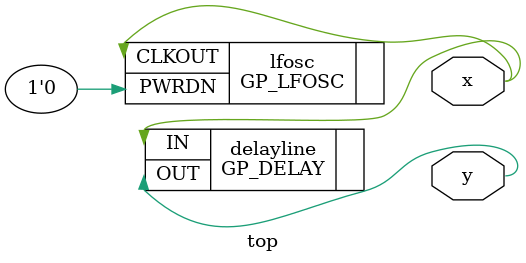
<source format=v>
module top (
	(* LOC = "P3" *) output wire x,
	(* LOC = "P4" *) output wire y
);

	// LF Oscillator (~ 1.73 kHz)
	GP_LFOSC #(
		.PWRDN_EN(0),
		.AUTO_PWRDN(0),
		.OUT_DIV(16)	// 1,2,4,16
	) lfosc (
		.PWRDN(1'b0),
		.CLKOUT(x)
	);

	// Delay line (~ 4*165 ns = 660 ns)
	GP_DELAY #(
		.DELAY_STEPS(4),
		.GLITCH_FILTER(0)
	) delayline (
		.IN(x),
		.OUT(y)
	);

endmodule

</source>
